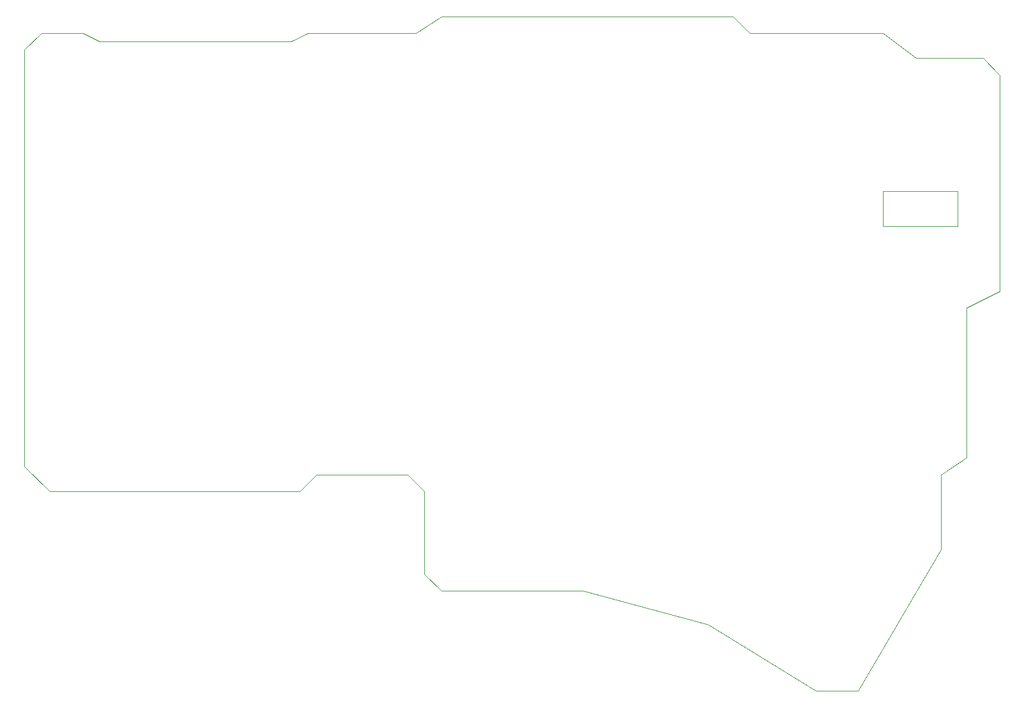
<source format=gm1>
G04 #@! TF.GenerationSoftware,KiCad,Pcbnew,8.0.4*
G04 #@! TF.CreationDate,2024-09-10T22:18:47+03:00*
G04 #@! TF.ProjectId,muikku42,6d75696b-6b75-4343-922e-6b696361645f,rev?*
G04 #@! TF.SameCoordinates,Original*
G04 #@! TF.FileFunction,Profile,NP*
%FSLAX46Y46*%
G04 Gerber Fmt 4.6, Leading zero omitted, Abs format (unit mm)*
G04 Created by KiCad (PCBNEW 8.0.4) date 2024-09-10 22:18:47*
%MOMM*%
%LPD*%
G01*
G04 APERTURE LIST*
G04 #@! TA.AperFunction,Profile*
%ADD10C,0.050000*%
G04 #@! TD*
G04 APERTURE END LIST*
D10*
X166687500Y-66675000D02*
X177403125Y-66675000D01*
X177403125Y-71646875D01*
X166687500Y-71646875D01*
X166687500Y-66675000D01*
X147637500Y-44053125D02*
X166687500Y-44053125D01*
X171450000Y-47625000D01*
X180975000Y-47625000D01*
X183356250Y-50006250D01*
X183356250Y-80962500D01*
X178593750Y-83343750D01*
X178593750Y-104775000D01*
X175021875Y-107156250D01*
X175021875Y-117871875D01*
X163115625Y-138112500D01*
X157162500Y-138112500D01*
X141684375Y-128587500D01*
X123825000Y-123825000D01*
X103584375Y-123825000D01*
X101203125Y-121443750D01*
X101203125Y-109537500D01*
X98821875Y-107156250D01*
X85725000Y-107156250D01*
X83343750Y-109537500D01*
X47625000Y-109537500D01*
X44053125Y-105965625D01*
X44053125Y-46434375D01*
X46434375Y-44053125D01*
X52387500Y-44053125D01*
X54768750Y-45243750D01*
X82153125Y-45243750D01*
X84534375Y-44053125D01*
X100012500Y-44053125D01*
X103584375Y-41671875D01*
X145256250Y-41671875D01*
X147637500Y-44053125D01*
M02*

</source>
